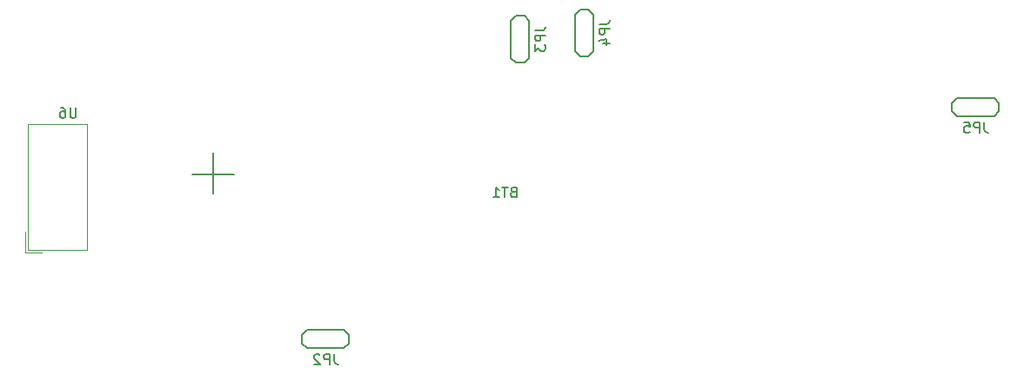
<source format=gbr>
%TF.GenerationSoftware,KiCad,Pcbnew,6.0.4-6f826c9f35~116~ubuntu21.10.1*%
%TF.CreationDate,2022-03-20T22:22:30+02:00*%
%TF.ProjectId,main,6d61696e-2e6b-4696-9361-645f70636258,rev?*%
%TF.SameCoordinates,Original*%
%TF.FileFunction,Legend,Bot*%
%TF.FilePolarity,Positive*%
%FSLAX46Y46*%
G04 Gerber Fmt 4.6, Leading zero omitted, Abs format (unit mm)*
G04 Created by KiCad (PCBNEW 6.0.4-6f826c9f35~116~ubuntu21.10.1) date 2022-03-20 22:22:30*
%MOMM*%
%LPD*%
G01*
G04 APERTURE LIST*
%ADD10C,0.150000*%
%ADD11C,0.200000*%
%ADD12C,0.120000*%
G04 APERTURE END LIST*
D10*
%TO.C,JP2*%
X119003333Y-113892380D02*
X119003333Y-114606666D01*
X119050952Y-114749523D01*
X119146190Y-114844761D01*
X119289047Y-114892380D01*
X119384285Y-114892380D01*
X118527142Y-114892380D02*
X118527142Y-113892380D01*
X118146190Y-113892380D01*
X118050952Y-113940000D01*
X118003333Y-113987619D01*
X117955714Y-114082857D01*
X117955714Y-114225714D01*
X118003333Y-114320952D01*
X118050952Y-114368571D01*
X118146190Y-114416190D01*
X118527142Y-114416190D01*
X117574761Y-113987619D02*
X117527142Y-113940000D01*
X117431904Y-113892380D01*
X117193809Y-113892380D01*
X117098571Y-113940000D01*
X117050952Y-113987619D01*
X117003333Y-114082857D01*
X117003333Y-114178095D01*
X117050952Y-114320952D01*
X117622380Y-114892380D01*
X117003333Y-114892380D01*
%TO.C,JP5*%
X182263333Y-91272380D02*
X182263333Y-91986666D01*
X182310952Y-92129523D01*
X182406190Y-92224761D01*
X182549047Y-92272380D01*
X182644285Y-92272380D01*
X181787142Y-92272380D02*
X181787142Y-91272380D01*
X181406190Y-91272380D01*
X181310952Y-91320000D01*
X181263333Y-91367619D01*
X181215714Y-91462857D01*
X181215714Y-91605714D01*
X181263333Y-91700952D01*
X181310952Y-91748571D01*
X181406190Y-91796190D01*
X181787142Y-91796190D01*
X180310952Y-91272380D02*
X180787142Y-91272380D01*
X180834761Y-91748571D01*
X180787142Y-91700952D01*
X180691904Y-91653333D01*
X180453809Y-91653333D01*
X180358571Y-91700952D01*
X180310952Y-91748571D01*
X180263333Y-91843809D01*
X180263333Y-92081904D01*
X180310952Y-92177142D01*
X180358571Y-92224761D01*
X180453809Y-92272380D01*
X180691904Y-92272380D01*
X180787142Y-92224761D01*
X180834761Y-92177142D01*
%TO.C,JP4*%
X144782380Y-81686666D02*
X145496666Y-81686666D01*
X145639523Y-81639047D01*
X145734761Y-81543809D01*
X145782380Y-81400952D01*
X145782380Y-81305714D01*
X145782380Y-82162857D02*
X144782380Y-82162857D01*
X144782380Y-82543809D01*
X144830000Y-82639047D01*
X144877619Y-82686666D01*
X144972857Y-82734285D01*
X145115714Y-82734285D01*
X145210952Y-82686666D01*
X145258571Y-82639047D01*
X145306190Y-82543809D01*
X145306190Y-82162857D01*
X145115714Y-83591428D02*
X145782380Y-83591428D01*
X144734761Y-83353333D02*
X145449047Y-83115238D01*
X145449047Y-83734285D01*
%TO.C,BT1*%
X136405714Y-98078571D02*
X136262857Y-98126190D01*
X136215238Y-98173809D01*
X136167619Y-98269047D01*
X136167619Y-98411904D01*
X136215238Y-98507142D01*
X136262857Y-98554761D01*
X136358095Y-98602380D01*
X136739047Y-98602380D01*
X136739047Y-97602380D01*
X136405714Y-97602380D01*
X136310476Y-97650000D01*
X136262857Y-97697619D01*
X136215238Y-97792857D01*
X136215238Y-97888095D01*
X136262857Y-97983333D01*
X136310476Y-98030952D01*
X136405714Y-98078571D01*
X136739047Y-98078571D01*
X135881904Y-97602380D02*
X135310476Y-97602380D01*
X135596190Y-98602380D02*
X135596190Y-97602380D01*
X134453333Y-98602380D02*
X135024761Y-98602380D01*
X134739047Y-98602380D02*
X134739047Y-97602380D01*
X134834285Y-97745238D01*
X134929523Y-97840476D01*
X135024761Y-97888095D01*
%TO.C,U6*%
X93851904Y-89842380D02*
X93851904Y-90651904D01*
X93804285Y-90747142D01*
X93756666Y-90794761D01*
X93661428Y-90842380D01*
X93470952Y-90842380D01*
X93375714Y-90794761D01*
X93328095Y-90747142D01*
X93280476Y-90651904D01*
X93280476Y-89842380D01*
X92375714Y-89842380D02*
X92566190Y-89842380D01*
X92661428Y-89890000D01*
X92709047Y-89937619D01*
X92804285Y-90080476D01*
X92851904Y-90270952D01*
X92851904Y-90651904D01*
X92804285Y-90747142D01*
X92756666Y-90794761D01*
X92661428Y-90842380D01*
X92470952Y-90842380D01*
X92375714Y-90794761D01*
X92328095Y-90747142D01*
X92280476Y-90651904D01*
X92280476Y-90413809D01*
X92328095Y-90318571D01*
X92375714Y-90270952D01*
X92470952Y-90223333D01*
X92661428Y-90223333D01*
X92756666Y-90270952D01*
X92804285Y-90318571D01*
X92851904Y-90413809D01*
%TO.C,JP3*%
X138532380Y-82316666D02*
X139246666Y-82316666D01*
X139389523Y-82269047D01*
X139484761Y-82173809D01*
X139532380Y-82030952D01*
X139532380Y-81935714D01*
X139532380Y-82792857D02*
X138532380Y-82792857D01*
X138532380Y-83173809D01*
X138580000Y-83269047D01*
X138627619Y-83316666D01*
X138722857Y-83364285D01*
X138865714Y-83364285D01*
X138960952Y-83316666D01*
X139008571Y-83269047D01*
X139056190Y-83173809D01*
X139056190Y-82792857D01*
X138532380Y-83697619D02*
X138532380Y-84316666D01*
X138913333Y-83983333D01*
X138913333Y-84126190D01*
X138960952Y-84221428D01*
X139008571Y-84269047D01*
X139103809Y-84316666D01*
X139341904Y-84316666D01*
X139437142Y-84269047D01*
X139484761Y-84221428D01*
X139532380Y-84126190D01*
X139532380Y-83840476D01*
X139484761Y-83745238D01*
X139437142Y-83697619D01*
%TO.C,JP2*%
X115840000Y-112840000D02*
X116340000Y-113340000D01*
X120440000Y-112040000D02*
X119940000Y-111540000D01*
X116340000Y-111540000D02*
X115840000Y-112040000D01*
X120440000Y-112840000D02*
X120440000Y-112040000D01*
X115840000Y-112040000D02*
X115840000Y-112840000D01*
X119940000Y-113340000D02*
X120440000Y-112840000D01*
X119940000Y-111540000D02*
X116340000Y-111540000D01*
X116340000Y-113340000D02*
X119940000Y-113340000D01*
%TO.C,JP5*%
X179600000Y-88920000D02*
X179100000Y-89420000D01*
X183700000Y-90220000D02*
X183700000Y-89420000D01*
X179100000Y-89420000D02*
X179100000Y-90220000D01*
X179100000Y-90220000D02*
X179600000Y-90720000D01*
X183200000Y-90720000D02*
X183700000Y-90220000D01*
X179600000Y-90720000D02*
X183200000Y-90720000D01*
X183200000Y-88920000D02*
X179600000Y-88920000D01*
X183700000Y-89420000D02*
X183200000Y-88920000D01*
%TO.C,JP4*%
X144230000Y-84350000D02*
X144230000Y-80750000D01*
X142930000Y-80250000D02*
X142430000Y-80750000D01*
X142430000Y-80750000D02*
X142430000Y-84350000D01*
X142930000Y-84850000D02*
X143730000Y-84850000D01*
X143730000Y-84850000D02*
X144230000Y-84350000D01*
X144230000Y-80750000D02*
X143730000Y-80250000D01*
X142430000Y-84350000D02*
X142930000Y-84850000D01*
X143730000Y-80250000D02*
X142930000Y-80250000D01*
D11*
%TO.C,BT1*%
X107200000Y-94250000D02*
X107200000Y-98250000D01*
X109200000Y-96350000D02*
X105200000Y-96350000D01*
D12*
%TO.C,U6*%
X89187500Y-103692500D02*
X94927500Y-103692500D01*
X94937500Y-103692500D02*
X94937500Y-91432500D01*
X94937500Y-91432500D02*
X89177500Y-91432500D01*
X88897500Y-103972500D02*
X88897500Y-101972500D01*
X89177500Y-91432500D02*
X89177500Y-103682500D01*
X88897500Y-103972500D02*
X90507500Y-103972500D01*
D10*
%TO.C,JP3*%
X136180000Y-81380000D02*
X136180000Y-84980000D01*
X137980000Y-84980000D02*
X137980000Y-81380000D01*
X136680000Y-85480000D02*
X137480000Y-85480000D01*
X137980000Y-81380000D02*
X137480000Y-80880000D01*
X137480000Y-85480000D02*
X137980000Y-84980000D01*
X137480000Y-80880000D02*
X136680000Y-80880000D01*
X136680000Y-80880000D02*
X136180000Y-81380000D01*
X136180000Y-84980000D02*
X136680000Y-85480000D01*
%TD*%
M02*

</source>
